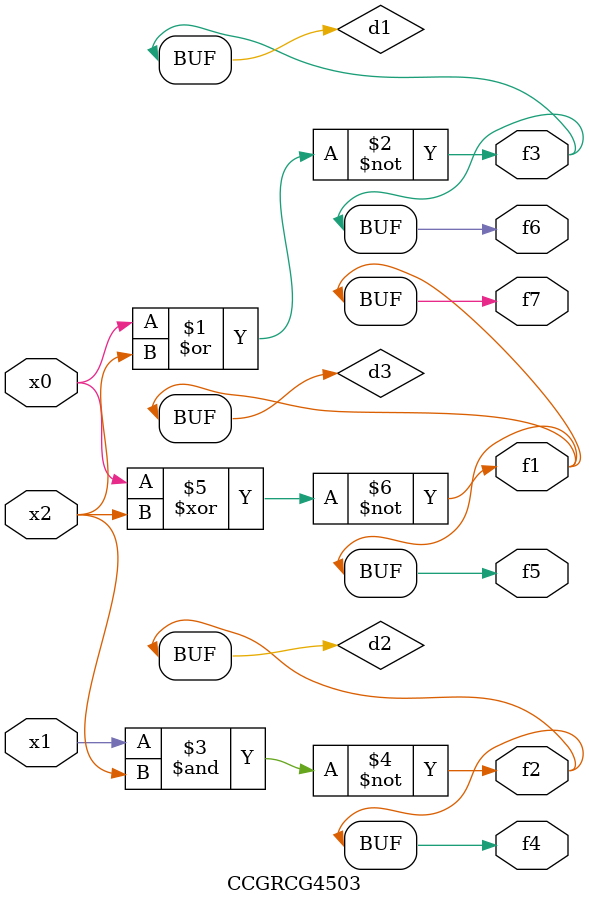
<source format=v>
module CCGRCG4503(
	input x0, x1, x2,
	output f1, f2, f3, f4, f5, f6, f7
);

	wire d1, d2, d3;

	nor (d1, x0, x2);
	nand (d2, x1, x2);
	xnor (d3, x0, x2);
	assign f1 = d3;
	assign f2 = d2;
	assign f3 = d1;
	assign f4 = d2;
	assign f5 = d3;
	assign f6 = d1;
	assign f7 = d3;
endmodule

</source>
